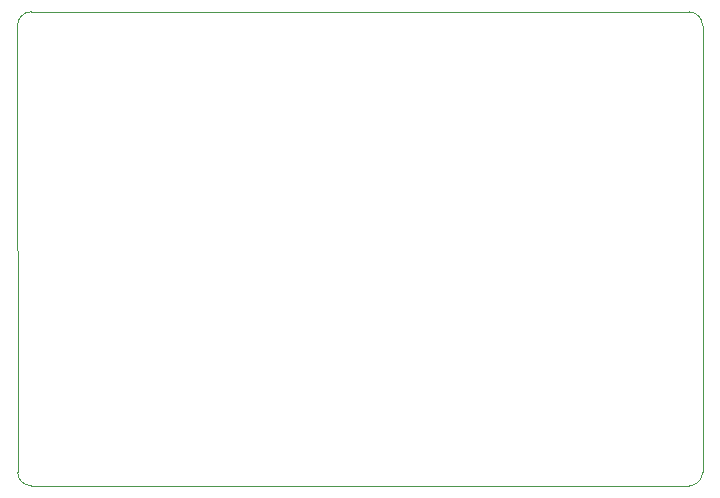
<source format=gbr>
%TF.GenerationSoftware,KiCad,Pcbnew,(5.1.2-1)-1*%
%TF.CreationDate,2020-03-21T02:44:08+05:30*%
%TF.ProjectId,Uno rev2.0,556e6f20-7265-4763-922e-302e6b696361,rev?*%
%TF.SameCoordinates,Original*%
%TF.FileFunction,Profile,NP*%
%FSLAX46Y46*%
G04 Gerber Fmt 4.6, Leading zero omitted, Abs format (unit mm)*
G04 Created by KiCad (PCBNEW (5.1.2-1)-1) date 2020-03-21 02:44:08*
%MOMM*%
%LPD*%
G04 APERTURE LIST*
%ADD10C,0.050000*%
%ADD11C,0.049987*%
G04 APERTURE END LIST*
D10*
X13657200Y-12272800D02*
X69334000Y-12284000D01*
X13657200Y-52404800D02*
X69334000Y-52416000D01*
X70502400Y-51247600D02*
X70502400Y-13452400D01*
X12490232Y-13452400D02*
X12500000Y-51247600D01*
D11*
X69334000Y-12284000D02*
G75*
G02X70502400Y-13452400I0J-1168400D01*
G01*
X70502400Y-51247600D02*
G75*
G02X69334000Y-52416000I-1168400J0D01*
G01*
X13657200Y-52404800D02*
G75*
G02X12500000Y-51247600I0J1157200D01*
G01*
X12490232Y-13452400D02*
G75*
G02X13657200Y-12272800I1179668J0D01*
G01*
M02*

</source>
